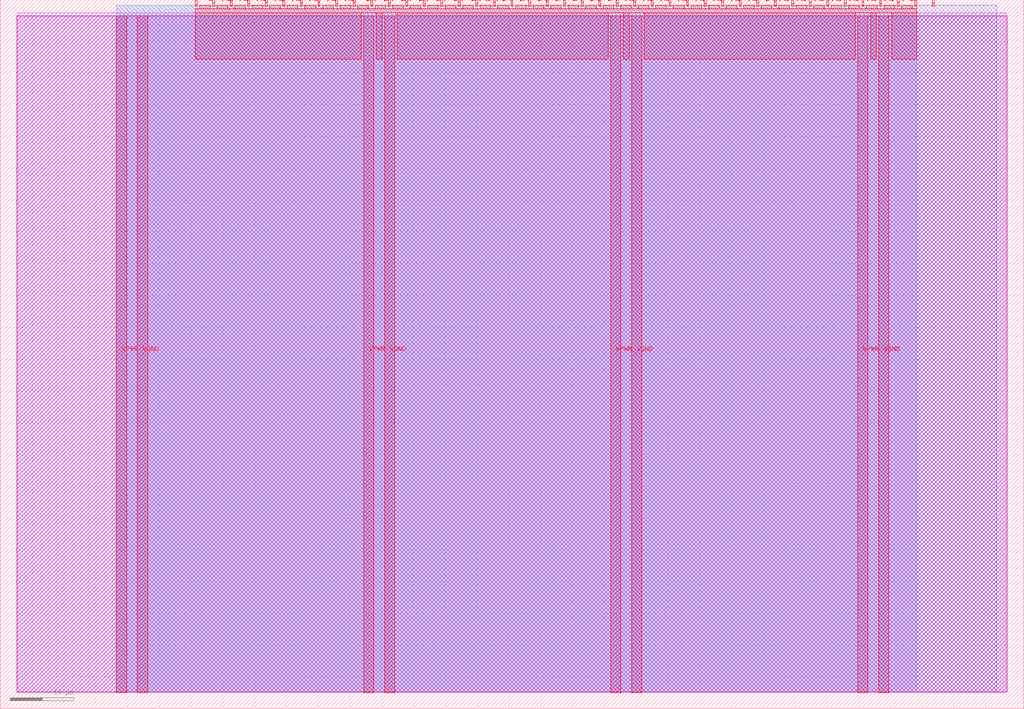
<source format=lef>
VERSION 5.7 ;
  NOWIREEXTENSIONATPIN ON ;
  DIVIDERCHAR "/" ;
  BUSBITCHARS "[]" ;
MACRO tt_um_axi4lite_top
  CLASS BLOCK ;
  FOREIGN tt_um_axi4lite_top ;
  ORIGIN 0.000 0.000 ;
  SIZE 161.000 BY 111.520 ;
  PIN VGND
    DIRECTION INOUT ;
    USE GROUND ;
    PORT
      LAYER met4 ;
        RECT 21.580 2.480 23.180 109.040 ;
    END
    PORT
      LAYER met4 ;
        RECT 60.450 2.480 62.050 109.040 ;
    END
    PORT
      LAYER met4 ;
        RECT 99.320 2.480 100.920 109.040 ;
    END
    PORT
      LAYER met4 ;
        RECT 138.190 2.480 139.790 109.040 ;
    END
  END VGND
  PIN VPWR
    DIRECTION INOUT ;
    USE POWER ;
    PORT
      LAYER met4 ;
        RECT 18.280 2.480 19.880 109.040 ;
    END
    PORT
      LAYER met4 ;
        RECT 57.150 2.480 58.750 109.040 ;
    END
    PORT
      LAYER met4 ;
        RECT 96.020 2.480 97.620 109.040 ;
    END
    PORT
      LAYER met4 ;
        RECT 134.890 2.480 136.490 109.040 ;
    END
  END VPWR
  PIN clk
    DIRECTION INPUT ;
    USE SIGNAL ;
    ANTENNAGATEAREA 0.852000 ;
    PORT
      LAYER met4 ;
        RECT 143.830 110.520 144.130 111.520 ;
    END
  END clk
  PIN ena
    DIRECTION INPUT ;
    USE SIGNAL ;
    PORT
      LAYER met4 ;
        RECT 146.590 110.520 146.890 111.520 ;
    END
  END ena
  PIN rst_n
    DIRECTION INPUT ;
    USE SIGNAL ;
    ANTENNAGATEAREA 0.196500 ;
    PORT
      LAYER met4 ;
        RECT 141.070 110.520 141.370 111.520 ;
    END
  END rst_n
  PIN ui_in[0]
    DIRECTION INPUT ;
    USE SIGNAL ;
    ANTENNAGATEAREA 0.196500 ;
    PORT
      LAYER met4 ;
        RECT 138.310 110.520 138.610 111.520 ;
    END
  END ui_in[0]
  PIN ui_in[1]
    DIRECTION INPUT ;
    USE SIGNAL ;
    ANTENNAGATEAREA 0.196500 ;
    PORT
      LAYER met4 ;
        RECT 135.550 110.520 135.850 111.520 ;
    END
  END ui_in[1]
  PIN ui_in[2]
    DIRECTION INPUT ;
    USE SIGNAL ;
    ANTENNAGATEAREA 0.196500 ;
    PORT
      LAYER met4 ;
        RECT 132.790 110.520 133.090 111.520 ;
    END
  END ui_in[2]
  PIN ui_in[3]
    DIRECTION INPUT ;
    USE SIGNAL ;
    ANTENNAGATEAREA 0.196500 ;
    PORT
      LAYER met4 ;
        RECT 130.030 110.520 130.330 111.520 ;
    END
  END ui_in[3]
  PIN ui_in[4]
    DIRECTION INPUT ;
    USE SIGNAL ;
    ANTENNAGATEAREA 0.196500 ;
    PORT
      LAYER met4 ;
        RECT 127.270 110.520 127.570 111.520 ;
    END
  END ui_in[4]
  PIN ui_in[5]
    DIRECTION INPUT ;
    USE SIGNAL ;
    ANTENNAGATEAREA 0.196500 ;
    PORT
      LAYER met4 ;
        RECT 124.510 110.520 124.810 111.520 ;
    END
  END ui_in[5]
  PIN ui_in[6]
    DIRECTION INPUT ;
    USE SIGNAL ;
    PORT
      LAYER met4 ;
        RECT 121.750 110.520 122.050 111.520 ;
    END
  END ui_in[6]
  PIN ui_in[7]
    DIRECTION INPUT ;
    USE SIGNAL ;
    PORT
      LAYER met4 ;
        RECT 118.990 110.520 119.290 111.520 ;
    END
  END ui_in[7]
  PIN uio_in[0]
    DIRECTION INPUT ;
    USE SIGNAL ;
    ANTENNAGATEAREA 0.196500 ;
    PORT
      LAYER met4 ;
        RECT 116.230 110.520 116.530 111.520 ;
    END
  END uio_in[0]
  PIN uio_in[1]
    DIRECTION INPUT ;
    USE SIGNAL ;
    ANTENNAGATEAREA 0.196500 ;
    PORT
      LAYER met4 ;
        RECT 113.470 110.520 113.770 111.520 ;
    END
  END uio_in[1]
  PIN uio_in[2]
    DIRECTION INPUT ;
    USE SIGNAL ;
    ANTENNAGATEAREA 0.196500 ;
    PORT
      LAYER met4 ;
        RECT 110.710 110.520 111.010 111.520 ;
    END
  END uio_in[2]
  PIN uio_in[3]
    DIRECTION INPUT ;
    USE SIGNAL ;
    ANTENNAGATEAREA 0.196500 ;
    PORT
      LAYER met4 ;
        RECT 107.950 110.520 108.250 111.520 ;
    END
  END uio_in[3]
  PIN uio_in[4]
    DIRECTION INPUT ;
    USE SIGNAL ;
    ANTENNAGATEAREA 0.196500 ;
    PORT
      LAYER met4 ;
        RECT 105.190 110.520 105.490 111.520 ;
    END
  END uio_in[4]
  PIN uio_in[5]
    DIRECTION INPUT ;
    USE SIGNAL ;
    ANTENNAGATEAREA 0.196500 ;
    PORT
      LAYER met4 ;
        RECT 102.430 110.520 102.730 111.520 ;
    END
  END uio_in[5]
  PIN uio_in[6]
    DIRECTION INPUT ;
    USE SIGNAL ;
    ANTENNAGATEAREA 0.196500 ;
    PORT
      LAYER met4 ;
        RECT 99.670 110.520 99.970 111.520 ;
    END
  END uio_in[6]
  PIN uio_in[7]
    DIRECTION INPUT ;
    USE SIGNAL ;
    ANTENNAGATEAREA 0.196500 ;
    PORT
      LAYER met4 ;
        RECT 96.910 110.520 97.210 111.520 ;
    END
  END uio_in[7]
  PIN uio_oe[0]
    DIRECTION OUTPUT ;
    USE SIGNAL ;
    PORT
      LAYER met4 ;
        RECT 49.990 110.520 50.290 111.520 ;
    END
  END uio_oe[0]
  PIN uio_oe[1]
    DIRECTION OUTPUT ;
    USE SIGNAL ;
    PORT
      LAYER met4 ;
        RECT 47.230 110.520 47.530 111.520 ;
    END
  END uio_oe[1]
  PIN uio_oe[2]
    DIRECTION OUTPUT ;
    USE SIGNAL ;
    PORT
      LAYER met4 ;
        RECT 44.470 110.520 44.770 111.520 ;
    END
  END uio_oe[2]
  PIN uio_oe[3]
    DIRECTION OUTPUT ;
    USE SIGNAL ;
    PORT
      LAYER met4 ;
        RECT 41.710 110.520 42.010 111.520 ;
    END
  END uio_oe[3]
  PIN uio_oe[4]
    DIRECTION OUTPUT ;
    USE SIGNAL ;
    PORT
      LAYER met4 ;
        RECT 38.950 110.520 39.250 111.520 ;
    END
  END uio_oe[4]
  PIN uio_oe[5]
    DIRECTION OUTPUT ;
    USE SIGNAL ;
    PORT
      LAYER met4 ;
        RECT 36.190 110.520 36.490 111.520 ;
    END
  END uio_oe[5]
  PIN uio_oe[6]
    DIRECTION OUTPUT ;
    USE SIGNAL ;
    PORT
      LAYER met4 ;
        RECT 33.430 110.520 33.730 111.520 ;
    END
  END uio_oe[6]
  PIN uio_oe[7]
    DIRECTION OUTPUT ;
    USE SIGNAL ;
    PORT
      LAYER met4 ;
        RECT 30.670 110.520 30.970 111.520 ;
    END
  END uio_oe[7]
  PIN uio_out[0]
    DIRECTION OUTPUT ;
    USE SIGNAL ;
    ANTENNAGATEAREA 0.126000 ;
    ANTENNADIFFAREA 0.891000 ;
    PORT
      LAYER met4 ;
        RECT 72.070 110.520 72.370 111.520 ;
    END
  END uio_out[0]
  PIN uio_out[1]
    DIRECTION OUTPUT ;
    USE SIGNAL ;
    ANTENNAGATEAREA 0.126000 ;
    ANTENNADIFFAREA 0.891000 ;
    PORT
      LAYER met4 ;
        RECT 69.310 110.520 69.610 111.520 ;
    END
  END uio_out[1]
  PIN uio_out[2]
    DIRECTION OUTPUT ;
    USE SIGNAL ;
    ANTENNAGATEAREA 0.126000 ;
    ANTENNADIFFAREA 0.891000 ;
    PORT
      LAYER met4 ;
        RECT 66.550 110.520 66.850 111.520 ;
    END
  END uio_out[2]
  PIN uio_out[3]
    DIRECTION OUTPUT ;
    USE SIGNAL ;
    ANTENNAGATEAREA 0.126000 ;
    ANTENNADIFFAREA 0.891000 ;
    PORT
      LAYER met4 ;
        RECT 63.790 110.520 64.090 111.520 ;
    END
  END uio_out[3]
  PIN uio_out[4]
    DIRECTION OUTPUT ;
    USE SIGNAL ;
    ANTENNAGATEAREA 0.126000 ;
    ANTENNADIFFAREA 0.891000 ;
    PORT
      LAYER met4 ;
        RECT 61.030 110.520 61.330 111.520 ;
    END
  END uio_out[4]
  PIN uio_out[5]
    DIRECTION OUTPUT ;
    USE SIGNAL ;
    ANTENNAGATEAREA 0.126000 ;
    ANTENNADIFFAREA 0.891000 ;
    PORT
      LAYER met4 ;
        RECT 58.270 110.520 58.570 111.520 ;
    END
  END uio_out[5]
  PIN uio_out[6]
    DIRECTION OUTPUT ;
    USE SIGNAL ;
    ANTENNAGATEAREA 0.126000 ;
    ANTENNADIFFAREA 0.891000 ;
    PORT
      LAYER met4 ;
        RECT 55.510 110.520 55.810 111.520 ;
    END
  END uio_out[6]
  PIN uio_out[7]
    DIRECTION OUTPUT ;
    USE SIGNAL ;
    ANTENNAGATEAREA 0.126000 ;
    ANTENNADIFFAREA 0.891000 ;
    PORT
      LAYER met4 ;
        RECT 52.750 110.520 53.050 111.520 ;
    END
  END uio_out[7]
  PIN uo_out[0]
    DIRECTION OUTPUT ;
    USE SIGNAL ;
    ANTENNADIFFAREA 0.445500 ;
    PORT
      LAYER met4 ;
        RECT 94.150 110.520 94.450 111.520 ;
    END
  END uo_out[0]
  PIN uo_out[1]
    DIRECTION OUTPUT ;
    USE SIGNAL ;
    PORT
      LAYER met4 ;
        RECT 91.390 110.520 91.690 111.520 ;
    END
  END uo_out[1]
  PIN uo_out[2]
    DIRECTION OUTPUT ;
    USE SIGNAL ;
    PORT
      LAYER met4 ;
        RECT 88.630 110.520 88.930 111.520 ;
    END
  END uo_out[2]
  PIN uo_out[3]
    DIRECTION OUTPUT ;
    USE SIGNAL ;
    PORT
      LAYER met4 ;
        RECT 85.870 110.520 86.170 111.520 ;
    END
  END uo_out[3]
  PIN uo_out[4]
    DIRECTION OUTPUT ;
    USE SIGNAL ;
    PORT
      LAYER met4 ;
        RECT 83.110 110.520 83.410 111.520 ;
    END
  END uo_out[4]
  PIN uo_out[5]
    DIRECTION OUTPUT ;
    USE SIGNAL ;
    PORT
      LAYER met4 ;
        RECT 80.350 110.520 80.650 111.520 ;
    END
  END uo_out[5]
  PIN uo_out[6]
    DIRECTION OUTPUT ;
    USE SIGNAL ;
    PORT
      LAYER met4 ;
        RECT 77.590 110.520 77.890 111.520 ;
    END
  END uo_out[6]
  PIN uo_out[7]
    DIRECTION OUTPUT ;
    USE SIGNAL ;
    PORT
      LAYER met4 ;
        RECT 74.830 110.520 75.130 111.520 ;
    END
  END uo_out[7]
  OBS
      LAYER nwell ;
        RECT 2.570 2.635 158.430 108.990 ;
      LAYER li1 ;
        RECT 2.760 2.635 158.240 108.885 ;
      LAYER met1 ;
        RECT 2.760 2.480 158.240 109.440 ;
      LAYER met2 ;
        RECT 18.310 2.535 156.760 110.685 ;
      LAYER met3 ;
        RECT 18.290 2.555 144.170 110.665 ;
      LAYER met4 ;
        RECT 31.370 110.120 33.030 110.665 ;
        RECT 34.130 110.120 35.790 110.665 ;
        RECT 36.890 110.120 38.550 110.665 ;
        RECT 39.650 110.120 41.310 110.665 ;
        RECT 42.410 110.120 44.070 110.665 ;
        RECT 45.170 110.120 46.830 110.665 ;
        RECT 47.930 110.120 49.590 110.665 ;
        RECT 50.690 110.120 52.350 110.665 ;
        RECT 53.450 110.120 55.110 110.665 ;
        RECT 56.210 110.120 57.870 110.665 ;
        RECT 58.970 110.120 60.630 110.665 ;
        RECT 61.730 110.120 63.390 110.665 ;
        RECT 64.490 110.120 66.150 110.665 ;
        RECT 67.250 110.120 68.910 110.665 ;
        RECT 70.010 110.120 71.670 110.665 ;
        RECT 72.770 110.120 74.430 110.665 ;
        RECT 75.530 110.120 77.190 110.665 ;
        RECT 78.290 110.120 79.950 110.665 ;
        RECT 81.050 110.120 82.710 110.665 ;
        RECT 83.810 110.120 85.470 110.665 ;
        RECT 86.570 110.120 88.230 110.665 ;
        RECT 89.330 110.120 90.990 110.665 ;
        RECT 92.090 110.120 93.750 110.665 ;
        RECT 94.850 110.120 96.510 110.665 ;
        RECT 97.610 110.120 99.270 110.665 ;
        RECT 100.370 110.120 102.030 110.665 ;
        RECT 103.130 110.120 104.790 110.665 ;
        RECT 105.890 110.120 107.550 110.665 ;
        RECT 108.650 110.120 110.310 110.665 ;
        RECT 111.410 110.120 113.070 110.665 ;
        RECT 114.170 110.120 115.830 110.665 ;
        RECT 116.930 110.120 118.590 110.665 ;
        RECT 119.690 110.120 121.350 110.665 ;
        RECT 122.450 110.120 124.110 110.665 ;
        RECT 125.210 110.120 126.870 110.665 ;
        RECT 127.970 110.120 129.630 110.665 ;
        RECT 130.730 110.120 132.390 110.665 ;
        RECT 133.490 110.120 135.150 110.665 ;
        RECT 136.250 110.120 137.910 110.665 ;
        RECT 139.010 110.120 140.670 110.665 ;
        RECT 141.770 110.120 143.430 110.665 ;
        RECT 30.655 109.440 144.145 110.120 ;
        RECT 30.655 102.175 56.750 109.440 ;
        RECT 59.150 102.175 60.050 109.440 ;
        RECT 62.450 102.175 95.620 109.440 ;
        RECT 98.020 102.175 98.920 109.440 ;
        RECT 101.320 102.175 134.490 109.440 ;
        RECT 136.890 102.175 137.790 109.440 ;
        RECT 140.190 102.175 144.145 109.440 ;
  END
END tt_um_axi4lite_top
END LIBRARY


</source>
